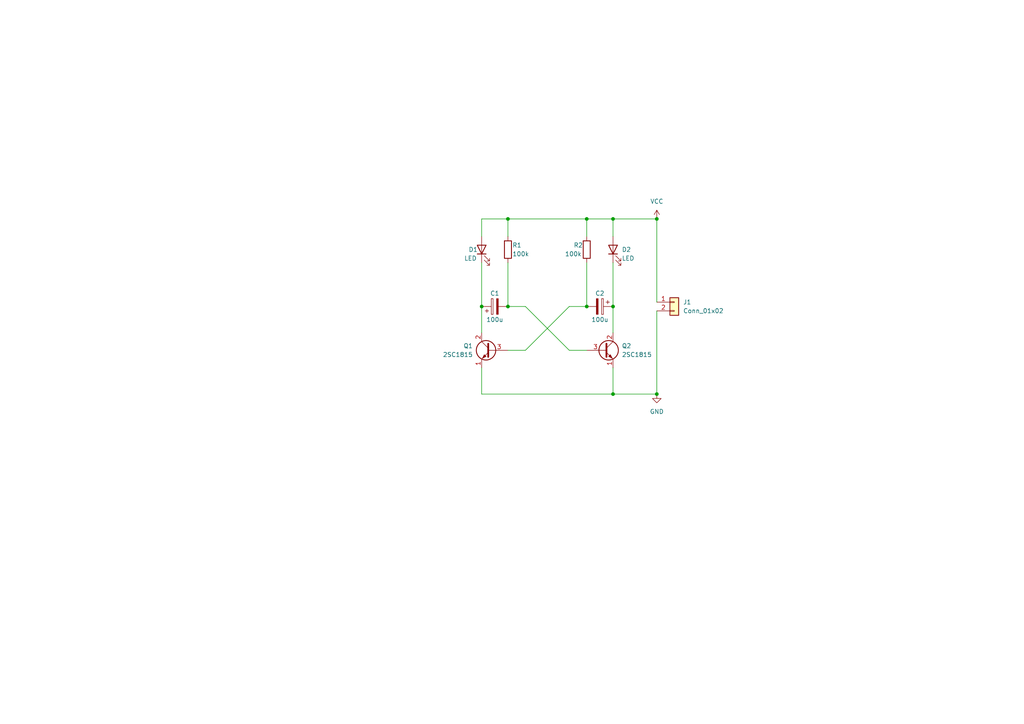
<source format=kicad_sch>
(kicad_sch (version 20231120) (generator "eeschema") (generator_version "8.0")
  (paper "A4")
  (lib_symbols
    (symbol "Connector_Generic:Conn_01x02" (pin_names (offset 1.016) hide)
      (property "Reference" "J" (at 0 2.54 0))
      (property "Value" "Conn_01x02" (at 0 -5.08 0))
      (symbol "Conn_01x02_1_1"
        (rectangle (start -1.27 -2.413) (end 0 -2.667) (stroke (width 0.1524)))
        (rectangle (start -1.27 0.127) (end 0 -0.127) (stroke (width 0.1524)))
        (rectangle (start -1.27 1.27) (end 1.27 -3.81) (stroke (width 0.254)) (fill (type background)))
        (pin passive line (at -5.08 0 0) (length 3.81) (name "Pin_1") (number "1"))
        (pin passive line (at -5.08 -2.54 0) (length 3.81) (name "Pin_2") (number "2"))
      )
    )
    (symbol "Device:C_Polarized" (pin_numbers hide) (pin_names (offset 0.254))
      (property "Reference" "C" (at 0.635 2.54 0))
      (property "Value" "C_Polarized" (at 0.635 -2.54 0))
      (symbol "C_Polarized_0_1"
        (rectangle (start -2.286 0.508) (end 2.286 1.016))
        (polyline (pts (xy -1.778 2.286) (xy -0.762 2.286)))
        (polyline (pts (xy -1.27 2.794) (xy -1.27 1.778)))
        (rectangle (start 2.286 -0.508) (end -2.286 -1.016) (fill (type outline)))
      )
      (symbol "C_Polarized_1_1"
        (pin passive line (at 0 3.81 270) (length 2.794) (name "~") (number "1"))
        (pin passive line (at 0 -3.81 90) (length 2.794) (name "~") (number "2"))
      )
    )
    (symbol "Device:LED" (pin_numbers hide) (pin_names (offset 1.016) hide)
      (property "Reference" "D" (at 0 2.54 0))
      (property "Value" "LED" (at 0 -2.54 0))
      (symbol "LED_0_1"
        (polyline (pts (xy -1.27 -1.27) (xy -1.27 1.27)) (stroke (width 0.254)))
        (polyline (pts (xy -1.27 0) (xy 1.27 0)))
        (polyline (pts (xy 1.27 -1.27) (xy 1.27 1.27) (xy -1.27 0) (xy 1.27 -1.27)) (stroke (width 0.254)))
        (polyline (pts (xy -3.048 -0.762) (xy -4.572 -2.286) (xy -3.81 -2.286) (xy -4.572 -2.286) (xy -4.572 -1.524)))
        (polyline (pts (xy -1.778 -0.762) (xy -3.302 -2.286) (xy -2.54 -2.286) (xy -3.302 -2.286) (xy -3.302 -1.524)))
      )
      (symbol "LED_1_1"
        (pin passive line (at -3.81 0 0) (length 2.54) (name "K") (number "1"))
        (pin passive line (at 3.81 0 180) (length 2.54) (name "A") (number "2"))
      )
    )
    (symbol "Device:R" (pin_numbers hide) (pin_names (offset 0))
      (property "Reference" "R" (at 2.032 0 90))
      (property "Value" "R" (at 0 0 90))
      (symbol "R_0_1"
        (rectangle (start -1.016 -2.54) (end 1.016 2.54) (stroke (width 0.254)))
      )
      (symbol "R_1_1"
        (pin passive line (at 0 3.81 270) (length 1.27) (name "~") (number "1"))
        (pin passive line (at 0 -3.81 90) (length 1.27) (name "~") (number "2"))
      )
    )
    (symbol "Transistor_BJT:2SC1815" (pin_names (offset 0) hide)
      (property "Reference" "Q" (at 5.08 1.905 0))
      (property "Value" "2SC1815" (at 5.08 0 0))
      (symbol "2SC1815_0_1"
        (polyline (pts (xy 0 0) (xy 0.508 0)))
        (polyline (pts (xy 0.635 0.635) (xy 2.54 2.54)))
        (polyline (pts (xy 0.635 -0.635) (xy 2.54 -2.54) (xy 2.54 -2.54)))
        (polyline (pts (xy 0.635 1.905) (xy 0.635 -1.905) (xy 0.635 -1.905)) (stroke (width 0.508)))
        (polyline (pts (xy 1.27 -1.778) (xy 1.778 -1.27) (xy 2.286 -2.286) (xy 1.27 -1.778) (xy 1.27 -1.778)) (fill (type outline)))
        (circle (center 1.27 0) (radius 2.8194) (stroke (width 0.254)))
      )
      (symbol "2SC1815_1_1"
        (pin passive line (at 2.54 -5.08 90) (length 2.54) (name "E") (number "1"))
        (pin passive line (at 2.54 5.08 270) (length 2.54) (name "C") (number "2"))
        (pin input line (at -5.08 0 0) (length 5.08) (name "B") (number "3"))
      )
    )
    (symbol "power:GND" (power) (pin_names (offset 0))
      (property "Value" "GND" (at 0 -3.81 0))
      (symbol "GND_0_1"
        (polyline (pts (xy 0 0) (xy 0 -1.27) (xy 1.27 -1.27) (xy 0 -2.54) (xy -1.27 -1.27) (xy 0 -1.27)))
      )
      (symbol "GND_1_1"
        (pin power_in line (at 0 0 270) (length 0) hide (name "GND") (number "1"))
      )
    )
    (symbol "power:VCC" (power) (pin_names (offset 0))
      (property "Value" "VCC" (at 0 3.81 0))
      (symbol "VCC_0_1"
        (polyline (pts (xy -0.762 1.27) (xy 0 2.54)))
        (polyline (pts (xy 0 0) (xy 0 2.54)))
        (polyline (pts (xy 0 2.54) (xy 0.762 1.27)))
      )
      (symbol "VCC_1_1"
        (pin power_in line (at 0 0 90) (length 0) hide (name "VCC") (number "1"))
      )
    )
  )
  (junction (at 170.18 63.5))
  (junction (at 170.18 88.9))
  (junction (at 147.32 88.9))
  (junction (at 147.32 63.5))
  (junction (at 190.5 114.3))
  (junction (at 177.8 88.9))
  (junction (at 190.5 63.5))
  (junction (at 177.8 63.5))
  (junction (at 177.8 114.3))
  (junction (at 139.7 88.9))
  (wire (pts (xy 170.18 76.2) (xy 170.18 88.9)))
  (wire (pts (xy 190.5 87.63) (xy 190.5 63.5)))
  (wire (pts (xy 147.32 63.5) (xy 147.32 68.58)))
  (wire (pts (xy 177.8 76.2) (xy 177.8 88.9)))
  (wire (pts (xy 147.32 101.6) (xy 152.4 101.6)))
  (wire (pts (xy 139.7 76.2) (xy 139.7 88.9)))
  (wire (pts (xy 177.8 106.68) (xy 177.8 114.3)))
  (wire (pts (xy 139.7 114.3) (xy 177.8 114.3)))
  (wire (pts (xy 165.1 88.9) (xy 152.4 101.6)))
  (wire (pts (xy 139.7 63.5) (xy 139.7 68.58)))
  (wire (pts (xy 170.18 88.9) (xy 165.1 88.9)))
  (wire (pts (xy 190.5 63.5) (xy 177.8 63.5)))
  (wire (pts (xy 177.8 88.9) (xy 177.8 96.52)))
  (wire (pts (xy 152.4 88.9) (xy 165.1 101.6)))
  (wire (pts (xy 147.32 88.9) (xy 152.4 88.9)))
  (wire (pts (xy 177.8 63.5) (xy 177.8 68.58)))
  (wire (pts (xy 177.8 63.5) (xy 170.18 63.5)))
  (wire (pts (xy 177.8 114.3) (xy 190.5 114.3)))
  (wire (pts (xy 190.5 114.3) (xy 190.5 90.17)))
  (wire (pts (xy 139.7 106.68) (xy 139.7 114.3)))
  (wire (pts (xy 147.32 76.2) (xy 147.32 88.9)))
  (wire (pts (xy 147.32 63.5) (xy 139.7 63.5)))
  (wire (pts (xy 170.18 63.5) (xy 170.18 68.58)))
  (wire (pts (xy 170.18 63.5) (xy 147.32 63.5)))
  (wire (pts (xy 165.1 101.6) (xy 170.18 101.6)))
  (wire (pts (xy 139.7 88.9) (xy 139.7 96.52)))
  (symbol (lib_id "Device:R") (at 147.32 72.39 0) (unit 1)
    (property "Reference" "R1" (at 148.59 71.12 0) (effects (justify left)))
    (property "Value" "100k" (at 148.59 73.66 0) (effects (justify left)))
    (property "Footprint" "Resistor_THT:R_Axial_DIN0207_L6.3mm_D2.5mm_P10.16mm_Horizontal" (effects (hide yes)))
  )
  (symbol (lib_id "Connector_Generic:Conn_01x02") (at 195.58 87.63 0) (unit 1)
    (property "Reference" "J1" (at 198.12 87.63 0) (effects (justify left)))
    (property "Value" "Conn_01x02" (at 198.12 90.17 0) (effects (justify left)))
    (property "Footprint" "Connector_PinHeader_2.54mm:PinHeader_1x02_P2.54mm_Vertical" (effects (hide yes)))
  )
  (symbol (lib_id "power:GND") (at 190.5 114.3 0) (unit 1)
    (property "Reference" "#PWR02" (effects (hide yes)))
    (property "Value" "GND" (at 190.5 119.38 0))
  )
  (symbol (lib_id "Transistor_BJT:2SC1815") (at 175.26 101.6 0) (unit 1)
    (property "Reference" "Q2" (at 180.34 100.33 0) (effects (justify left)))
    (property "Value" "2SC1815" (at 180.34 102.87 0) (effects (justify left)))
    (property "Footprint" "Package_TO_SOT_THT:TO-92_Inline_Wide" (effects (hide yes)))
    (property "Datasheet" "https://media.digikey.com/pdf/Data%20Sheets/Toshiba%20PDFs/2SC1815.pdf" (effects (hide yes)))
  )
  (symbol (lib_id "Device:LED") (at 139.7 72.39 90) (unit 1)
    (property "Reference" "D1" (at 135.89 72.39 90) (effects (justify right)))
    (property "Value" "LED" (at 134.62 74.93 90) (effects (justify right)))
    (property "Footprint" "LED_THT:LED_D3.0mm" (effects (hide yes)))
  )
  (symbol (lib_id "power:VCC") (at 190.5 63.5 0) (unit 1)
    (property "Reference" "#PWR01" (effects (hide yes)))
    (property "Value" "VCC" (at 190.5 58.42 0))
  )
  (symbol (lib_id "Device:R") (at 170.18 72.39 0) (unit 1)
    (property "Reference" "R2" (at 166.37 71.12 0) (effects (justify left)))
    (property "Value" "100k" (at 163.83 73.66 0) (effects (justify left)))
    (property "Footprint" "Resistor_THT:R_Axial_DIN0207_L6.3mm_D2.5mm_P10.16mm_Horizontal" (effects (hide yes)))
  )
  (symbol (lib_id "Device:LED") (at 177.8 72.39 90) (unit 1)
    (property "Reference" "D2" (at 180.34 72.39 90) (effects (justify right)))
    (property "Value" "LED" (at 180.34 74.93 90) (effects (justify right)))
    (property "Footprint" "LED_THT:LED_D3.0mm" (effects (hide yes)))
  )
  (symbol (lib_id "Transistor_BJT:2SC1815") (at 142.24 101.6 0) (mirror y) (unit 1)
    (property "Reference" "Q1" (at 137.16 100.33 0) (effects (justify left)))
    (property "Value" "2SC1815" (at 137.16 102.87 0) (effects (justify left)))
    (property "Footprint" "Package_TO_SOT_THT:TO-92_Inline_Wide" (effects (hide yes)))
    (property "Datasheet" "https://media.digikey.com/pdf/Data%20Sheets/Toshiba%20PDFs/2SC1815.pdf" (effects (hide yes)))
  )
  (symbol (lib_id "Device:C_Polarized") (at 173.99 88.9 270) (unit 1)
    (property "Reference" "C2" (at 173.99 85.09 90))
    (property "Value" "100u" (at 173.99 92.71 90))
    (property "Footprint" "Capacitor_THT:CP_Radial_D5.0mm_P2.00mm" (effects (hide yes)))
  )
  (symbol (lib_id "Device:C_Polarized") (at 143.51 88.9 90) (unit 1)
    (property "Reference" "C1" (at 143.51 85.09 90))
    (property "Value" "100u" (at 143.51 92.71 90))
    (property "Footprint" "Capacitor_THT:CP_Radial_D5.0mm_P2.00mm" (effects (hide yes)))
  )
)
</source>
